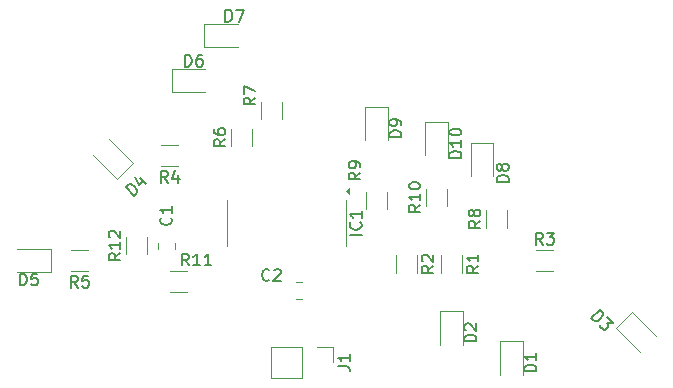
<source format=gbr>
%TF.GenerationSoftware,KiCad,Pcbnew,8.0.6+1*%
%TF.CreationDate,2024-12-11T00:22:32+00:00*%
%TF.ProjectId,Dino-Blinker,44696e6f-2d42-46c6-996e-6b65722e6b69,rev?*%
%TF.SameCoordinates,Original*%
%TF.FileFunction,Legend,Top*%
%TF.FilePolarity,Positive*%
%FSLAX46Y46*%
G04 Gerber Fmt 4.6, Leading zero omitted, Abs format (unit mm)*
G04 Created by KiCad (PCBNEW 8.0.6+1) date 2024-12-11 00:22:32*
%MOMM*%
%LPD*%
G01*
G04 APERTURE LIST*
%ADD10C,0.150000*%
%ADD11C,0.120000*%
G04 APERTURE END LIST*
D10*
X124364819Y-103512857D02*
X123888628Y-103846190D01*
X124364819Y-104084285D02*
X123364819Y-104084285D01*
X123364819Y-104084285D02*
X123364819Y-103703333D01*
X123364819Y-103703333D02*
X123412438Y-103608095D01*
X123412438Y-103608095D02*
X123460057Y-103560476D01*
X123460057Y-103560476D02*
X123555295Y-103512857D01*
X123555295Y-103512857D02*
X123698152Y-103512857D01*
X123698152Y-103512857D02*
X123793390Y-103560476D01*
X123793390Y-103560476D02*
X123841009Y-103608095D01*
X123841009Y-103608095D02*
X123888628Y-103703333D01*
X123888628Y-103703333D02*
X123888628Y-104084285D01*
X124364819Y-102560476D02*
X124364819Y-103131904D01*
X124364819Y-102846190D02*
X123364819Y-102846190D01*
X123364819Y-102846190D02*
X123507676Y-102941428D01*
X123507676Y-102941428D02*
X123602914Y-103036666D01*
X123602914Y-103036666D02*
X123650533Y-103131904D01*
X123460057Y-102179523D02*
X123412438Y-102131904D01*
X123412438Y-102131904D02*
X123364819Y-102036666D01*
X123364819Y-102036666D02*
X123364819Y-101798571D01*
X123364819Y-101798571D02*
X123412438Y-101703333D01*
X123412438Y-101703333D02*
X123460057Y-101655714D01*
X123460057Y-101655714D02*
X123555295Y-101608095D01*
X123555295Y-101608095D02*
X123650533Y-101608095D01*
X123650533Y-101608095D02*
X123793390Y-101655714D01*
X123793390Y-101655714D02*
X124364819Y-102227142D01*
X124364819Y-102227142D02*
X124364819Y-101608095D01*
X128383333Y-97524819D02*
X128050000Y-97048628D01*
X127811905Y-97524819D02*
X127811905Y-96524819D01*
X127811905Y-96524819D02*
X128192857Y-96524819D01*
X128192857Y-96524819D02*
X128288095Y-96572438D01*
X128288095Y-96572438D02*
X128335714Y-96620057D01*
X128335714Y-96620057D02*
X128383333Y-96715295D01*
X128383333Y-96715295D02*
X128383333Y-96858152D01*
X128383333Y-96858152D02*
X128335714Y-96953390D01*
X128335714Y-96953390D02*
X128288095Y-97001009D01*
X128288095Y-97001009D02*
X128192857Y-97048628D01*
X128192857Y-97048628D02*
X127811905Y-97048628D01*
X129240476Y-96858152D02*
X129240476Y-97524819D01*
X129002381Y-96477200D02*
X128764286Y-97191485D01*
X128764286Y-97191485D02*
X129383333Y-97191485D01*
X135794819Y-90336666D02*
X135318628Y-90669999D01*
X135794819Y-90908094D02*
X134794819Y-90908094D01*
X134794819Y-90908094D02*
X134794819Y-90527142D01*
X134794819Y-90527142D02*
X134842438Y-90431904D01*
X134842438Y-90431904D02*
X134890057Y-90384285D01*
X134890057Y-90384285D02*
X134985295Y-90336666D01*
X134985295Y-90336666D02*
X135128152Y-90336666D01*
X135128152Y-90336666D02*
X135223390Y-90384285D01*
X135223390Y-90384285D02*
X135271009Y-90431904D01*
X135271009Y-90431904D02*
X135318628Y-90527142D01*
X135318628Y-90527142D02*
X135318628Y-90908094D01*
X134794819Y-90003332D02*
X134794819Y-89336666D01*
X134794819Y-89336666D02*
X135794819Y-89765237D01*
X128629580Y-100496666D02*
X128677200Y-100544285D01*
X128677200Y-100544285D02*
X128724819Y-100687142D01*
X128724819Y-100687142D02*
X128724819Y-100782380D01*
X128724819Y-100782380D02*
X128677200Y-100925237D01*
X128677200Y-100925237D02*
X128581961Y-101020475D01*
X128581961Y-101020475D02*
X128486723Y-101068094D01*
X128486723Y-101068094D02*
X128296247Y-101115713D01*
X128296247Y-101115713D02*
X128153390Y-101115713D01*
X128153390Y-101115713D02*
X127962914Y-101068094D01*
X127962914Y-101068094D02*
X127867676Y-101020475D01*
X127867676Y-101020475D02*
X127772438Y-100925237D01*
X127772438Y-100925237D02*
X127724819Y-100782380D01*
X127724819Y-100782380D02*
X127724819Y-100687142D01*
X127724819Y-100687142D02*
X127772438Y-100544285D01*
X127772438Y-100544285D02*
X127820057Y-100496666D01*
X128724819Y-99544285D02*
X128724819Y-100115713D01*
X128724819Y-99829999D02*
X127724819Y-99829999D01*
X127724819Y-99829999D02*
X127867676Y-99925237D01*
X127867676Y-99925237D02*
X127962914Y-100020475D01*
X127962914Y-100020475D02*
X128010533Y-100115713D01*
X125529693Y-98633517D02*
X124822587Y-97926410D01*
X124822587Y-97926410D02*
X124990945Y-97758051D01*
X124990945Y-97758051D02*
X125125632Y-97690708D01*
X125125632Y-97690708D02*
X125260319Y-97690708D01*
X125260319Y-97690708D02*
X125361335Y-97724380D01*
X125361335Y-97724380D02*
X125529693Y-97825395D01*
X125529693Y-97825395D02*
X125630709Y-97926410D01*
X125630709Y-97926410D02*
X125731724Y-98094769D01*
X125731724Y-98094769D02*
X125765396Y-98195784D01*
X125765396Y-98195784D02*
X125765396Y-98330471D01*
X125765396Y-98330471D02*
X125698052Y-98465158D01*
X125698052Y-98465158D02*
X125529693Y-98633517D01*
X126068441Y-97151960D02*
X126539846Y-97623364D01*
X125630709Y-97050945D02*
X125967426Y-97724380D01*
X125967426Y-97724380D02*
X126405159Y-97286647D01*
X148154819Y-93693094D02*
X147154819Y-93693094D01*
X147154819Y-93693094D02*
X147154819Y-93454999D01*
X147154819Y-93454999D02*
X147202438Y-93312142D01*
X147202438Y-93312142D02*
X147297676Y-93216904D01*
X147297676Y-93216904D02*
X147392914Y-93169285D01*
X147392914Y-93169285D02*
X147583390Y-93121666D01*
X147583390Y-93121666D02*
X147726247Y-93121666D01*
X147726247Y-93121666D02*
X147916723Y-93169285D01*
X147916723Y-93169285D02*
X148011961Y-93216904D01*
X148011961Y-93216904D02*
X148107200Y-93312142D01*
X148107200Y-93312142D02*
X148154819Y-93454999D01*
X148154819Y-93454999D02*
X148154819Y-93693094D01*
X148154819Y-92645475D02*
X148154819Y-92454999D01*
X148154819Y-92454999D02*
X148107200Y-92359761D01*
X148107200Y-92359761D02*
X148059580Y-92312142D01*
X148059580Y-92312142D02*
X147916723Y-92216904D01*
X147916723Y-92216904D02*
X147726247Y-92169285D01*
X147726247Y-92169285D02*
X147345295Y-92169285D01*
X147345295Y-92169285D02*
X147250057Y-92216904D01*
X147250057Y-92216904D02*
X147202438Y-92264523D01*
X147202438Y-92264523D02*
X147154819Y-92359761D01*
X147154819Y-92359761D02*
X147154819Y-92550237D01*
X147154819Y-92550237D02*
X147202438Y-92645475D01*
X147202438Y-92645475D02*
X147250057Y-92693094D01*
X147250057Y-92693094D02*
X147345295Y-92740713D01*
X147345295Y-92740713D02*
X147583390Y-92740713D01*
X147583390Y-92740713D02*
X147678628Y-92693094D01*
X147678628Y-92693094D02*
X147726247Y-92645475D01*
X147726247Y-92645475D02*
X147773866Y-92550237D01*
X147773866Y-92550237D02*
X147773866Y-92359761D01*
X147773866Y-92359761D02*
X147726247Y-92264523D01*
X147726247Y-92264523D02*
X147678628Y-92216904D01*
X147678628Y-92216904D02*
X147583390Y-92169285D01*
X142784819Y-113083333D02*
X143499104Y-113083333D01*
X143499104Y-113083333D02*
X143641961Y-113130952D01*
X143641961Y-113130952D02*
X143737200Y-113226190D01*
X143737200Y-113226190D02*
X143784819Y-113369047D01*
X143784819Y-113369047D02*
X143784819Y-113464285D01*
X143784819Y-112083333D02*
X143784819Y-112654761D01*
X143784819Y-112369047D02*
X142784819Y-112369047D01*
X142784819Y-112369047D02*
X142927676Y-112464285D01*
X142927676Y-112464285D02*
X143022914Y-112559523D01*
X143022914Y-112559523D02*
X143070533Y-112654761D01*
X133261905Y-83894819D02*
X133261905Y-82894819D01*
X133261905Y-82894819D02*
X133500000Y-82894819D01*
X133500000Y-82894819D02*
X133642857Y-82942438D01*
X133642857Y-82942438D02*
X133738095Y-83037676D01*
X133738095Y-83037676D02*
X133785714Y-83132914D01*
X133785714Y-83132914D02*
X133833333Y-83323390D01*
X133833333Y-83323390D02*
X133833333Y-83466247D01*
X133833333Y-83466247D02*
X133785714Y-83656723D01*
X133785714Y-83656723D02*
X133738095Y-83751961D01*
X133738095Y-83751961D02*
X133642857Y-83847200D01*
X133642857Y-83847200D02*
X133500000Y-83894819D01*
X133500000Y-83894819D02*
X133261905Y-83894819D01*
X134166667Y-82894819D02*
X134833333Y-82894819D01*
X134833333Y-82894819D02*
X134404762Y-83894819D01*
X133254819Y-93866666D02*
X132778628Y-94199999D01*
X133254819Y-94438094D02*
X132254819Y-94438094D01*
X132254819Y-94438094D02*
X132254819Y-94057142D01*
X132254819Y-94057142D02*
X132302438Y-93961904D01*
X132302438Y-93961904D02*
X132350057Y-93914285D01*
X132350057Y-93914285D02*
X132445295Y-93866666D01*
X132445295Y-93866666D02*
X132588152Y-93866666D01*
X132588152Y-93866666D02*
X132683390Y-93914285D01*
X132683390Y-93914285D02*
X132731009Y-93961904D01*
X132731009Y-93961904D02*
X132778628Y-94057142D01*
X132778628Y-94057142D02*
X132778628Y-94438094D01*
X132254819Y-93009523D02*
X132254819Y-93199999D01*
X132254819Y-93199999D02*
X132302438Y-93295237D01*
X132302438Y-93295237D02*
X132350057Y-93342856D01*
X132350057Y-93342856D02*
X132492914Y-93438094D01*
X132492914Y-93438094D02*
X132683390Y-93485713D01*
X132683390Y-93485713D02*
X133064342Y-93485713D01*
X133064342Y-93485713D02*
X133159580Y-93438094D01*
X133159580Y-93438094D02*
X133207200Y-93390475D01*
X133207200Y-93390475D02*
X133254819Y-93295237D01*
X133254819Y-93295237D02*
X133254819Y-93104761D01*
X133254819Y-93104761D02*
X133207200Y-93009523D01*
X133207200Y-93009523D02*
X133159580Y-92961904D01*
X133159580Y-92961904D02*
X133064342Y-92914285D01*
X133064342Y-92914285D02*
X132826247Y-92914285D01*
X132826247Y-92914285D02*
X132731009Y-92961904D01*
X132731009Y-92961904D02*
X132683390Y-93009523D01*
X132683390Y-93009523D02*
X132635771Y-93104761D01*
X132635771Y-93104761D02*
X132635771Y-93295237D01*
X132635771Y-93295237D02*
X132683390Y-93390475D01*
X132683390Y-93390475D02*
X132731009Y-93438094D01*
X132731009Y-93438094D02*
X132826247Y-93485713D01*
X153234819Y-95439285D02*
X152234819Y-95439285D01*
X152234819Y-95439285D02*
X152234819Y-95201190D01*
X152234819Y-95201190D02*
X152282438Y-95058333D01*
X152282438Y-95058333D02*
X152377676Y-94963095D01*
X152377676Y-94963095D02*
X152472914Y-94915476D01*
X152472914Y-94915476D02*
X152663390Y-94867857D01*
X152663390Y-94867857D02*
X152806247Y-94867857D01*
X152806247Y-94867857D02*
X152996723Y-94915476D01*
X152996723Y-94915476D02*
X153091961Y-94963095D01*
X153091961Y-94963095D02*
X153187200Y-95058333D01*
X153187200Y-95058333D02*
X153234819Y-95201190D01*
X153234819Y-95201190D02*
X153234819Y-95439285D01*
X153234819Y-93915476D02*
X153234819Y-94486904D01*
X153234819Y-94201190D02*
X152234819Y-94201190D01*
X152234819Y-94201190D02*
X152377676Y-94296428D01*
X152377676Y-94296428D02*
X152472914Y-94391666D01*
X152472914Y-94391666D02*
X152520533Y-94486904D01*
X152234819Y-93296428D02*
X152234819Y-93201190D01*
X152234819Y-93201190D02*
X152282438Y-93105952D01*
X152282438Y-93105952D02*
X152330057Y-93058333D01*
X152330057Y-93058333D02*
X152425295Y-93010714D01*
X152425295Y-93010714D02*
X152615771Y-92963095D01*
X152615771Y-92963095D02*
X152853866Y-92963095D01*
X152853866Y-92963095D02*
X153044342Y-93010714D01*
X153044342Y-93010714D02*
X153139580Y-93058333D01*
X153139580Y-93058333D02*
X153187200Y-93105952D01*
X153187200Y-93105952D02*
X153234819Y-93201190D01*
X153234819Y-93201190D02*
X153234819Y-93296428D01*
X153234819Y-93296428D02*
X153187200Y-93391666D01*
X153187200Y-93391666D02*
X153139580Y-93439285D01*
X153139580Y-93439285D02*
X153044342Y-93486904D01*
X153044342Y-93486904D02*
X152853866Y-93534523D01*
X152853866Y-93534523D02*
X152615771Y-93534523D01*
X152615771Y-93534523D02*
X152425295Y-93486904D01*
X152425295Y-93486904D02*
X152330057Y-93439285D01*
X152330057Y-93439285D02*
X152282438Y-93391666D01*
X152282438Y-93391666D02*
X152234819Y-93296428D01*
X154674819Y-104586666D02*
X154198628Y-104919999D01*
X154674819Y-105158094D02*
X153674819Y-105158094D01*
X153674819Y-105158094D02*
X153674819Y-104777142D01*
X153674819Y-104777142D02*
X153722438Y-104681904D01*
X153722438Y-104681904D02*
X153770057Y-104634285D01*
X153770057Y-104634285D02*
X153865295Y-104586666D01*
X153865295Y-104586666D02*
X154008152Y-104586666D01*
X154008152Y-104586666D02*
X154103390Y-104634285D01*
X154103390Y-104634285D02*
X154151009Y-104681904D01*
X154151009Y-104681904D02*
X154198628Y-104777142D01*
X154198628Y-104777142D02*
X154198628Y-105158094D01*
X154674819Y-103634285D02*
X154674819Y-104205713D01*
X154674819Y-103919999D02*
X153674819Y-103919999D01*
X153674819Y-103919999D02*
X153817676Y-104015237D01*
X153817676Y-104015237D02*
X153912914Y-104110475D01*
X153912914Y-104110475D02*
X153960533Y-104205713D01*
X144684819Y-96686666D02*
X144208628Y-97019999D01*
X144684819Y-97258094D02*
X143684819Y-97258094D01*
X143684819Y-97258094D02*
X143684819Y-96877142D01*
X143684819Y-96877142D02*
X143732438Y-96781904D01*
X143732438Y-96781904D02*
X143780057Y-96734285D01*
X143780057Y-96734285D02*
X143875295Y-96686666D01*
X143875295Y-96686666D02*
X144018152Y-96686666D01*
X144018152Y-96686666D02*
X144113390Y-96734285D01*
X144113390Y-96734285D02*
X144161009Y-96781904D01*
X144161009Y-96781904D02*
X144208628Y-96877142D01*
X144208628Y-96877142D02*
X144208628Y-97258094D01*
X144684819Y-96210475D02*
X144684819Y-96019999D01*
X144684819Y-96019999D02*
X144637200Y-95924761D01*
X144637200Y-95924761D02*
X144589580Y-95877142D01*
X144589580Y-95877142D02*
X144446723Y-95781904D01*
X144446723Y-95781904D02*
X144256247Y-95734285D01*
X144256247Y-95734285D02*
X143875295Y-95734285D01*
X143875295Y-95734285D02*
X143780057Y-95781904D01*
X143780057Y-95781904D02*
X143732438Y-95829523D01*
X143732438Y-95829523D02*
X143684819Y-95924761D01*
X143684819Y-95924761D02*
X143684819Y-96115237D01*
X143684819Y-96115237D02*
X143732438Y-96210475D01*
X143732438Y-96210475D02*
X143780057Y-96258094D01*
X143780057Y-96258094D02*
X143875295Y-96305713D01*
X143875295Y-96305713D02*
X144113390Y-96305713D01*
X144113390Y-96305713D02*
X144208628Y-96258094D01*
X144208628Y-96258094D02*
X144256247Y-96210475D01*
X144256247Y-96210475D02*
X144303866Y-96115237D01*
X144303866Y-96115237D02*
X144303866Y-95924761D01*
X144303866Y-95924761D02*
X144256247Y-95829523D01*
X144256247Y-95829523D02*
X144208628Y-95781904D01*
X144208628Y-95781904D02*
X144113390Y-95734285D01*
X159584819Y-113523094D02*
X158584819Y-113523094D01*
X158584819Y-113523094D02*
X158584819Y-113284999D01*
X158584819Y-113284999D02*
X158632438Y-113142142D01*
X158632438Y-113142142D02*
X158727676Y-113046904D01*
X158727676Y-113046904D02*
X158822914Y-112999285D01*
X158822914Y-112999285D02*
X159013390Y-112951666D01*
X159013390Y-112951666D02*
X159156247Y-112951666D01*
X159156247Y-112951666D02*
X159346723Y-112999285D01*
X159346723Y-112999285D02*
X159441961Y-113046904D01*
X159441961Y-113046904D02*
X159537200Y-113142142D01*
X159537200Y-113142142D02*
X159584819Y-113284999D01*
X159584819Y-113284999D02*
X159584819Y-113523094D01*
X159584819Y-111999285D02*
X159584819Y-112570713D01*
X159584819Y-112284999D02*
X158584819Y-112284999D01*
X158584819Y-112284999D02*
X158727676Y-112380237D01*
X158727676Y-112380237D02*
X158822914Y-112475475D01*
X158822914Y-112475475D02*
X158870533Y-112570713D01*
X130167142Y-104547682D02*
X129833809Y-104071491D01*
X129595714Y-104547682D02*
X129595714Y-103547682D01*
X129595714Y-103547682D02*
X129976666Y-103547682D01*
X129976666Y-103547682D02*
X130071904Y-103595301D01*
X130071904Y-103595301D02*
X130119523Y-103642920D01*
X130119523Y-103642920D02*
X130167142Y-103738158D01*
X130167142Y-103738158D02*
X130167142Y-103881015D01*
X130167142Y-103881015D02*
X130119523Y-103976253D01*
X130119523Y-103976253D02*
X130071904Y-104023872D01*
X130071904Y-104023872D02*
X129976666Y-104071491D01*
X129976666Y-104071491D02*
X129595714Y-104071491D01*
X131119523Y-104547682D02*
X130548095Y-104547682D01*
X130833809Y-104547682D02*
X130833809Y-103547682D01*
X130833809Y-103547682D02*
X130738571Y-103690539D01*
X130738571Y-103690539D02*
X130643333Y-103785777D01*
X130643333Y-103785777D02*
X130548095Y-103833396D01*
X132071904Y-104547682D02*
X131500476Y-104547682D01*
X131786190Y-104547682D02*
X131786190Y-103547682D01*
X131786190Y-103547682D02*
X131690952Y-103690539D01*
X131690952Y-103690539D02*
X131595714Y-103785777D01*
X131595714Y-103785777D02*
X131500476Y-103833396D01*
X157244819Y-97463094D02*
X156244819Y-97463094D01*
X156244819Y-97463094D02*
X156244819Y-97224999D01*
X156244819Y-97224999D02*
X156292438Y-97082142D01*
X156292438Y-97082142D02*
X156387676Y-96986904D01*
X156387676Y-96986904D02*
X156482914Y-96939285D01*
X156482914Y-96939285D02*
X156673390Y-96891666D01*
X156673390Y-96891666D02*
X156816247Y-96891666D01*
X156816247Y-96891666D02*
X157006723Y-96939285D01*
X157006723Y-96939285D02*
X157101961Y-96986904D01*
X157101961Y-96986904D02*
X157197200Y-97082142D01*
X157197200Y-97082142D02*
X157244819Y-97224999D01*
X157244819Y-97224999D02*
X157244819Y-97463094D01*
X156673390Y-96320237D02*
X156625771Y-96415475D01*
X156625771Y-96415475D02*
X156578152Y-96463094D01*
X156578152Y-96463094D02*
X156482914Y-96510713D01*
X156482914Y-96510713D02*
X156435295Y-96510713D01*
X156435295Y-96510713D02*
X156340057Y-96463094D01*
X156340057Y-96463094D02*
X156292438Y-96415475D01*
X156292438Y-96415475D02*
X156244819Y-96320237D01*
X156244819Y-96320237D02*
X156244819Y-96129761D01*
X156244819Y-96129761D02*
X156292438Y-96034523D01*
X156292438Y-96034523D02*
X156340057Y-95986904D01*
X156340057Y-95986904D02*
X156435295Y-95939285D01*
X156435295Y-95939285D02*
X156482914Y-95939285D01*
X156482914Y-95939285D02*
X156578152Y-95986904D01*
X156578152Y-95986904D02*
X156625771Y-96034523D01*
X156625771Y-96034523D02*
X156673390Y-96129761D01*
X156673390Y-96129761D02*
X156673390Y-96320237D01*
X156673390Y-96320237D02*
X156721009Y-96415475D01*
X156721009Y-96415475D02*
X156768628Y-96463094D01*
X156768628Y-96463094D02*
X156863866Y-96510713D01*
X156863866Y-96510713D02*
X157054342Y-96510713D01*
X157054342Y-96510713D02*
X157149580Y-96463094D01*
X157149580Y-96463094D02*
X157197200Y-96415475D01*
X157197200Y-96415475D02*
X157244819Y-96320237D01*
X157244819Y-96320237D02*
X157244819Y-96129761D01*
X157244819Y-96129761D02*
X157197200Y-96034523D01*
X157197200Y-96034523D02*
X157149580Y-95986904D01*
X157149580Y-95986904D02*
X157054342Y-95939285D01*
X157054342Y-95939285D02*
X156863866Y-95939285D01*
X156863866Y-95939285D02*
X156768628Y-95986904D01*
X156768628Y-95986904D02*
X156721009Y-96034523D01*
X156721009Y-96034523D02*
X156673390Y-96129761D01*
X150864819Y-104586666D02*
X150388628Y-104919999D01*
X150864819Y-105158094D02*
X149864819Y-105158094D01*
X149864819Y-105158094D02*
X149864819Y-104777142D01*
X149864819Y-104777142D02*
X149912438Y-104681904D01*
X149912438Y-104681904D02*
X149960057Y-104634285D01*
X149960057Y-104634285D02*
X150055295Y-104586666D01*
X150055295Y-104586666D02*
X150198152Y-104586666D01*
X150198152Y-104586666D02*
X150293390Y-104634285D01*
X150293390Y-104634285D02*
X150341009Y-104681904D01*
X150341009Y-104681904D02*
X150388628Y-104777142D01*
X150388628Y-104777142D02*
X150388628Y-105158094D01*
X149960057Y-104205713D02*
X149912438Y-104158094D01*
X149912438Y-104158094D02*
X149864819Y-104062856D01*
X149864819Y-104062856D02*
X149864819Y-103824761D01*
X149864819Y-103824761D02*
X149912438Y-103729523D01*
X149912438Y-103729523D02*
X149960057Y-103681904D01*
X149960057Y-103681904D02*
X150055295Y-103634285D01*
X150055295Y-103634285D02*
X150150533Y-103634285D01*
X150150533Y-103634285D02*
X150293390Y-103681904D01*
X150293390Y-103681904D02*
X150864819Y-104253332D01*
X150864819Y-104253332D02*
X150864819Y-103634285D01*
X154504819Y-110983094D02*
X153504819Y-110983094D01*
X153504819Y-110983094D02*
X153504819Y-110744999D01*
X153504819Y-110744999D02*
X153552438Y-110602142D01*
X153552438Y-110602142D02*
X153647676Y-110506904D01*
X153647676Y-110506904D02*
X153742914Y-110459285D01*
X153742914Y-110459285D02*
X153933390Y-110411666D01*
X153933390Y-110411666D02*
X154076247Y-110411666D01*
X154076247Y-110411666D02*
X154266723Y-110459285D01*
X154266723Y-110459285D02*
X154361961Y-110506904D01*
X154361961Y-110506904D02*
X154457200Y-110602142D01*
X154457200Y-110602142D02*
X154504819Y-110744999D01*
X154504819Y-110744999D02*
X154504819Y-110983094D01*
X153600057Y-110030713D02*
X153552438Y-109983094D01*
X153552438Y-109983094D02*
X153504819Y-109887856D01*
X153504819Y-109887856D02*
X153504819Y-109649761D01*
X153504819Y-109649761D02*
X153552438Y-109554523D01*
X153552438Y-109554523D02*
X153600057Y-109506904D01*
X153600057Y-109506904D02*
X153695295Y-109459285D01*
X153695295Y-109459285D02*
X153790533Y-109459285D01*
X153790533Y-109459285D02*
X153933390Y-109506904D01*
X153933390Y-109506904D02*
X154504819Y-110078332D01*
X154504819Y-110078332D02*
X154504819Y-109459285D01*
X136993333Y-105769580D02*
X136945714Y-105817200D01*
X136945714Y-105817200D02*
X136802857Y-105864819D01*
X136802857Y-105864819D02*
X136707619Y-105864819D01*
X136707619Y-105864819D02*
X136564762Y-105817200D01*
X136564762Y-105817200D02*
X136469524Y-105721961D01*
X136469524Y-105721961D02*
X136421905Y-105626723D01*
X136421905Y-105626723D02*
X136374286Y-105436247D01*
X136374286Y-105436247D02*
X136374286Y-105293390D01*
X136374286Y-105293390D02*
X136421905Y-105102914D01*
X136421905Y-105102914D02*
X136469524Y-105007676D01*
X136469524Y-105007676D02*
X136564762Y-104912438D01*
X136564762Y-104912438D02*
X136707619Y-104864819D01*
X136707619Y-104864819D02*
X136802857Y-104864819D01*
X136802857Y-104864819D02*
X136945714Y-104912438D01*
X136945714Y-104912438D02*
X136993333Y-104960057D01*
X137374286Y-104960057D02*
X137421905Y-104912438D01*
X137421905Y-104912438D02*
X137517143Y-104864819D01*
X137517143Y-104864819D02*
X137755238Y-104864819D01*
X137755238Y-104864819D02*
X137850476Y-104912438D01*
X137850476Y-104912438D02*
X137898095Y-104960057D01*
X137898095Y-104960057D02*
X137945714Y-105055295D01*
X137945714Y-105055295D02*
X137945714Y-105150533D01*
X137945714Y-105150533D02*
X137898095Y-105293390D01*
X137898095Y-105293390D02*
X137326667Y-105864819D01*
X137326667Y-105864819D02*
X137945714Y-105864819D01*
X160133333Y-102774819D02*
X159800000Y-102298628D01*
X159561905Y-102774819D02*
X159561905Y-101774819D01*
X159561905Y-101774819D02*
X159942857Y-101774819D01*
X159942857Y-101774819D02*
X160038095Y-101822438D01*
X160038095Y-101822438D02*
X160085714Y-101870057D01*
X160085714Y-101870057D02*
X160133333Y-101965295D01*
X160133333Y-101965295D02*
X160133333Y-102108152D01*
X160133333Y-102108152D02*
X160085714Y-102203390D01*
X160085714Y-102203390D02*
X160038095Y-102251009D01*
X160038095Y-102251009D02*
X159942857Y-102298628D01*
X159942857Y-102298628D02*
X159561905Y-102298628D01*
X160466667Y-101774819D02*
X161085714Y-101774819D01*
X161085714Y-101774819D02*
X160752381Y-102155771D01*
X160752381Y-102155771D02*
X160895238Y-102155771D01*
X160895238Y-102155771D02*
X160990476Y-102203390D01*
X160990476Y-102203390D02*
X161038095Y-102251009D01*
X161038095Y-102251009D02*
X161085714Y-102346247D01*
X161085714Y-102346247D02*
X161085714Y-102584342D01*
X161085714Y-102584342D02*
X161038095Y-102679580D01*
X161038095Y-102679580D02*
X160990476Y-102727200D01*
X160990476Y-102727200D02*
X160895238Y-102774819D01*
X160895238Y-102774819D02*
X160609524Y-102774819D01*
X160609524Y-102774819D02*
X160514286Y-102727200D01*
X160514286Y-102727200D02*
X160466667Y-102679580D01*
X149764819Y-99422857D02*
X149288628Y-99756190D01*
X149764819Y-99994285D02*
X148764819Y-99994285D01*
X148764819Y-99994285D02*
X148764819Y-99613333D01*
X148764819Y-99613333D02*
X148812438Y-99518095D01*
X148812438Y-99518095D02*
X148860057Y-99470476D01*
X148860057Y-99470476D02*
X148955295Y-99422857D01*
X148955295Y-99422857D02*
X149098152Y-99422857D01*
X149098152Y-99422857D02*
X149193390Y-99470476D01*
X149193390Y-99470476D02*
X149241009Y-99518095D01*
X149241009Y-99518095D02*
X149288628Y-99613333D01*
X149288628Y-99613333D02*
X149288628Y-99994285D01*
X149764819Y-98470476D02*
X149764819Y-99041904D01*
X149764819Y-98756190D02*
X148764819Y-98756190D01*
X148764819Y-98756190D02*
X148907676Y-98851428D01*
X148907676Y-98851428D02*
X149002914Y-98946666D01*
X149002914Y-98946666D02*
X149050533Y-99041904D01*
X148764819Y-97851428D02*
X148764819Y-97756190D01*
X148764819Y-97756190D02*
X148812438Y-97660952D01*
X148812438Y-97660952D02*
X148860057Y-97613333D01*
X148860057Y-97613333D02*
X148955295Y-97565714D01*
X148955295Y-97565714D02*
X149145771Y-97518095D01*
X149145771Y-97518095D02*
X149383866Y-97518095D01*
X149383866Y-97518095D02*
X149574342Y-97565714D01*
X149574342Y-97565714D02*
X149669580Y-97613333D01*
X149669580Y-97613333D02*
X149717200Y-97660952D01*
X149717200Y-97660952D02*
X149764819Y-97756190D01*
X149764819Y-97756190D02*
X149764819Y-97851428D01*
X149764819Y-97851428D02*
X149717200Y-97946666D01*
X149717200Y-97946666D02*
X149669580Y-97994285D01*
X149669580Y-97994285D02*
X149574342Y-98041904D01*
X149574342Y-98041904D02*
X149383866Y-98089523D01*
X149383866Y-98089523D02*
X149145771Y-98089523D01*
X149145771Y-98089523D02*
X148955295Y-98041904D01*
X148955295Y-98041904D02*
X148860057Y-97994285D01*
X148860057Y-97994285D02*
X148812438Y-97946666D01*
X148812438Y-97946666D02*
X148764819Y-97851428D01*
X129826905Y-87704819D02*
X129826905Y-86704819D01*
X129826905Y-86704819D02*
X130065000Y-86704819D01*
X130065000Y-86704819D02*
X130207857Y-86752438D01*
X130207857Y-86752438D02*
X130303095Y-86847676D01*
X130303095Y-86847676D02*
X130350714Y-86942914D01*
X130350714Y-86942914D02*
X130398333Y-87133390D01*
X130398333Y-87133390D02*
X130398333Y-87276247D01*
X130398333Y-87276247D02*
X130350714Y-87466723D01*
X130350714Y-87466723D02*
X130303095Y-87561961D01*
X130303095Y-87561961D02*
X130207857Y-87657200D01*
X130207857Y-87657200D02*
X130065000Y-87704819D01*
X130065000Y-87704819D02*
X129826905Y-87704819D01*
X131255476Y-86704819D02*
X131065000Y-86704819D01*
X131065000Y-86704819D02*
X130969762Y-86752438D01*
X130969762Y-86752438D02*
X130922143Y-86800057D01*
X130922143Y-86800057D02*
X130826905Y-86942914D01*
X130826905Y-86942914D02*
X130779286Y-87133390D01*
X130779286Y-87133390D02*
X130779286Y-87514342D01*
X130779286Y-87514342D02*
X130826905Y-87609580D01*
X130826905Y-87609580D02*
X130874524Y-87657200D01*
X130874524Y-87657200D02*
X130969762Y-87704819D01*
X130969762Y-87704819D02*
X131160238Y-87704819D01*
X131160238Y-87704819D02*
X131255476Y-87657200D01*
X131255476Y-87657200D02*
X131303095Y-87609580D01*
X131303095Y-87609580D02*
X131350714Y-87514342D01*
X131350714Y-87514342D02*
X131350714Y-87276247D01*
X131350714Y-87276247D02*
X131303095Y-87181009D01*
X131303095Y-87181009D02*
X131255476Y-87133390D01*
X131255476Y-87133390D02*
X131160238Y-87085771D01*
X131160238Y-87085771D02*
X130969762Y-87085771D01*
X130969762Y-87085771D02*
X130874524Y-87133390D01*
X130874524Y-87133390D02*
X130826905Y-87181009D01*
X130826905Y-87181009D02*
X130779286Y-87276247D01*
X144784819Y-101941189D02*
X143784819Y-101941189D01*
X144689580Y-100893571D02*
X144737200Y-100941190D01*
X144737200Y-100941190D02*
X144784819Y-101084047D01*
X144784819Y-101084047D02*
X144784819Y-101179285D01*
X144784819Y-101179285D02*
X144737200Y-101322142D01*
X144737200Y-101322142D02*
X144641961Y-101417380D01*
X144641961Y-101417380D02*
X144546723Y-101464999D01*
X144546723Y-101464999D02*
X144356247Y-101512618D01*
X144356247Y-101512618D02*
X144213390Y-101512618D01*
X144213390Y-101512618D02*
X144022914Y-101464999D01*
X144022914Y-101464999D02*
X143927676Y-101417380D01*
X143927676Y-101417380D02*
X143832438Y-101322142D01*
X143832438Y-101322142D02*
X143784819Y-101179285D01*
X143784819Y-101179285D02*
X143784819Y-101084047D01*
X143784819Y-101084047D02*
X143832438Y-100941190D01*
X143832438Y-100941190D02*
X143880057Y-100893571D01*
X144784819Y-99941190D02*
X144784819Y-100512618D01*
X144784819Y-100226904D02*
X143784819Y-100226904D01*
X143784819Y-100226904D02*
X143927676Y-100322142D01*
X143927676Y-100322142D02*
X144022914Y-100417380D01*
X144022914Y-100417380D02*
X144070533Y-100512618D01*
X120763333Y-106414819D02*
X120430000Y-105938628D01*
X120191905Y-106414819D02*
X120191905Y-105414819D01*
X120191905Y-105414819D02*
X120572857Y-105414819D01*
X120572857Y-105414819D02*
X120668095Y-105462438D01*
X120668095Y-105462438D02*
X120715714Y-105510057D01*
X120715714Y-105510057D02*
X120763333Y-105605295D01*
X120763333Y-105605295D02*
X120763333Y-105748152D01*
X120763333Y-105748152D02*
X120715714Y-105843390D01*
X120715714Y-105843390D02*
X120668095Y-105891009D01*
X120668095Y-105891009D02*
X120572857Y-105938628D01*
X120572857Y-105938628D02*
X120191905Y-105938628D01*
X121668095Y-105414819D02*
X121191905Y-105414819D01*
X121191905Y-105414819D02*
X121144286Y-105891009D01*
X121144286Y-105891009D02*
X121191905Y-105843390D01*
X121191905Y-105843390D02*
X121287143Y-105795771D01*
X121287143Y-105795771D02*
X121525238Y-105795771D01*
X121525238Y-105795771D02*
X121620476Y-105843390D01*
X121620476Y-105843390D02*
X121668095Y-105891009D01*
X121668095Y-105891009D02*
X121715714Y-105986247D01*
X121715714Y-105986247D02*
X121715714Y-106224342D01*
X121715714Y-106224342D02*
X121668095Y-106319580D01*
X121668095Y-106319580D02*
X121620476Y-106367200D01*
X121620476Y-106367200D02*
X121525238Y-106414819D01*
X121525238Y-106414819D02*
X121287143Y-106414819D01*
X121287143Y-106414819D02*
X121191905Y-106367200D01*
X121191905Y-106367200D02*
X121144286Y-106319580D01*
X154844819Y-100776666D02*
X154368628Y-101109999D01*
X154844819Y-101348094D02*
X153844819Y-101348094D01*
X153844819Y-101348094D02*
X153844819Y-100967142D01*
X153844819Y-100967142D02*
X153892438Y-100871904D01*
X153892438Y-100871904D02*
X153940057Y-100824285D01*
X153940057Y-100824285D02*
X154035295Y-100776666D01*
X154035295Y-100776666D02*
X154178152Y-100776666D01*
X154178152Y-100776666D02*
X154273390Y-100824285D01*
X154273390Y-100824285D02*
X154321009Y-100871904D01*
X154321009Y-100871904D02*
X154368628Y-100967142D01*
X154368628Y-100967142D02*
X154368628Y-101348094D01*
X154273390Y-100205237D02*
X154225771Y-100300475D01*
X154225771Y-100300475D02*
X154178152Y-100348094D01*
X154178152Y-100348094D02*
X154082914Y-100395713D01*
X154082914Y-100395713D02*
X154035295Y-100395713D01*
X154035295Y-100395713D02*
X153940057Y-100348094D01*
X153940057Y-100348094D02*
X153892438Y-100300475D01*
X153892438Y-100300475D02*
X153844819Y-100205237D01*
X153844819Y-100205237D02*
X153844819Y-100014761D01*
X153844819Y-100014761D02*
X153892438Y-99919523D01*
X153892438Y-99919523D02*
X153940057Y-99871904D01*
X153940057Y-99871904D02*
X154035295Y-99824285D01*
X154035295Y-99824285D02*
X154082914Y-99824285D01*
X154082914Y-99824285D02*
X154178152Y-99871904D01*
X154178152Y-99871904D02*
X154225771Y-99919523D01*
X154225771Y-99919523D02*
X154273390Y-100014761D01*
X154273390Y-100014761D02*
X154273390Y-100205237D01*
X154273390Y-100205237D02*
X154321009Y-100300475D01*
X154321009Y-100300475D02*
X154368628Y-100348094D01*
X154368628Y-100348094D02*
X154463866Y-100395713D01*
X154463866Y-100395713D02*
X154654342Y-100395713D01*
X154654342Y-100395713D02*
X154749580Y-100348094D01*
X154749580Y-100348094D02*
X154797200Y-100300475D01*
X154797200Y-100300475D02*
X154844819Y-100205237D01*
X154844819Y-100205237D02*
X154844819Y-100014761D01*
X154844819Y-100014761D02*
X154797200Y-99919523D01*
X154797200Y-99919523D02*
X154749580Y-99871904D01*
X154749580Y-99871904D02*
X154654342Y-99824285D01*
X154654342Y-99824285D02*
X154463866Y-99824285D01*
X154463866Y-99824285D02*
X154368628Y-99871904D01*
X154368628Y-99871904D02*
X154321009Y-99919523D01*
X154321009Y-99919523D02*
X154273390Y-100014761D01*
X164256482Y-109019692D02*
X164963589Y-108312586D01*
X164963589Y-108312586D02*
X165131948Y-108480944D01*
X165131948Y-108480944D02*
X165199291Y-108615631D01*
X165199291Y-108615631D02*
X165199291Y-108750318D01*
X165199291Y-108750318D02*
X165165619Y-108851334D01*
X165165619Y-108851334D02*
X165064604Y-109019692D01*
X165064604Y-109019692D02*
X164963589Y-109120708D01*
X164963589Y-109120708D02*
X164795230Y-109221723D01*
X164795230Y-109221723D02*
X164694215Y-109255395D01*
X164694215Y-109255395D02*
X164559528Y-109255395D01*
X164559528Y-109255395D02*
X164424841Y-109188051D01*
X164424841Y-109188051D02*
X164256482Y-109019692D01*
X165603352Y-108952349D02*
X166041085Y-109390082D01*
X166041085Y-109390082D02*
X165536009Y-109423753D01*
X165536009Y-109423753D02*
X165637024Y-109524769D01*
X165637024Y-109524769D02*
X165670696Y-109625784D01*
X165670696Y-109625784D02*
X165670696Y-109693127D01*
X165670696Y-109693127D02*
X165637024Y-109794143D01*
X165637024Y-109794143D02*
X165468665Y-109962501D01*
X165468665Y-109962501D02*
X165367650Y-109996173D01*
X165367650Y-109996173D02*
X165300306Y-109996173D01*
X165300306Y-109996173D02*
X165199291Y-109962501D01*
X165199291Y-109962501D02*
X164997261Y-109760471D01*
X164997261Y-109760471D02*
X164963589Y-109659456D01*
X164963589Y-109659456D02*
X164963589Y-109592112D01*
X115856905Y-106244819D02*
X115856905Y-105244819D01*
X115856905Y-105244819D02*
X116095000Y-105244819D01*
X116095000Y-105244819D02*
X116237857Y-105292438D01*
X116237857Y-105292438D02*
X116333095Y-105387676D01*
X116333095Y-105387676D02*
X116380714Y-105482914D01*
X116380714Y-105482914D02*
X116428333Y-105673390D01*
X116428333Y-105673390D02*
X116428333Y-105816247D01*
X116428333Y-105816247D02*
X116380714Y-106006723D01*
X116380714Y-106006723D02*
X116333095Y-106101961D01*
X116333095Y-106101961D02*
X116237857Y-106197200D01*
X116237857Y-106197200D02*
X116095000Y-106244819D01*
X116095000Y-106244819D02*
X115856905Y-106244819D01*
X117333095Y-105244819D02*
X116856905Y-105244819D01*
X116856905Y-105244819D02*
X116809286Y-105721009D01*
X116809286Y-105721009D02*
X116856905Y-105673390D01*
X116856905Y-105673390D02*
X116952143Y-105625771D01*
X116952143Y-105625771D02*
X117190238Y-105625771D01*
X117190238Y-105625771D02*
X117285476Y-105673390D01*
X117285476Y-105673390D02*
X117333095Y-105721009D01*
X117333095Y-105721009D02*
X117380714Y-105816247D01*
X117380714Y-105816247D02*
X117380714Y-106054342D01*
X117380714Y-106054342D02*
X117333095Y-106149580D01*
X117333095Y-106149580D02*
X117285476Y-106197200D01*
X117285476Y-106197200D02*
X117190238Y-106244819D01*
X117190238Y-106244819D02*
X116952143Y-106244819D01*
X116952143Y-106244819D02*
X116856905Y-106197200D01*
X116856905Y-106197200D02*
X116809286Y-106149580D01*
D11*
%TO.C,R12*%
X124820000Y-103597064D02*
X124820000Y-102142936D01*
X126640000Y-103597064D02*
X126640000Y-102142936D01*
%TO.C,R4*%
X129277064Y-94340000D02*
X127822936Y-94340000D01*
X129277064Y-96160000D02*
X127822936Y-96160000D01*
%TO.C,R7*%
X136250000Y-92167064D02*
X136250000Y-90712936D01*
X138070000Y-92167064D02*
X138070000Y-90712936D01*
%TO.C,C1*%
X127535000Y-103131252D02*
X127535000Y-102608748D01*
X129005000Y-103131252D02*
X129005000Y-102608748D01*
%TO.C,D4*%
X122084071Y-95221716D02*
X124106396Y-97244041D01*
X124106396Y-97244041D02*
X125464041Y-95886396D01*
X125464041Y-95886396D02*
X123441716Y-93864071D01*
%TO.C,D9*%
X145090000Y-91095000D02*
X145090000Y-93955000D01*
X147010000Y-91095000D02*
X145090000Y-91095000D01*
X147010000Y-93955000D02*
X147010000Y-91095000D01*
%TO.C,J1*%
X137130000Y-111420000D02*
X137130000Y-114080000D01*
X139730000Y-111420000D02*
X137130000Y-111420000D01*
X139730000Y-111420000D02*
X139730000Y-114080000D01*
X139730000Y-114080000D02*
X137130000Y-114080000D01*
X141000000Y-111420000D02*
X142330000Y-111420000D01*
X142330000Y-111420000D02*
X142330000Y-112750000D01*
%TO.C,D7*%
X131490000Y-84130000D02*
X131490000Y-86050000D01*
X131490000Y-86050000D02*
X134350000Y-86050000D01*
X134350000Y-84130000D02*
X131490000Y-84130000D01*
%TO.C,R6*%
X133710000Y-94427064D02*
X133710000Y-92972936D01*
X135530000Y-94427064D02*
X135530000Y-92972936D01*
%TO.C,D10*%
X150170000Y-92365000D02*
X150170000Y-95225000D01*
X152090000Y-92365000D02*
X150170000Y-92365000D01*
X152090000Y-95225000D02*
X152090000Y-92365000D01*
%TO.C,R1*%
X151490000Y-103692936D02*
X151490000Y-105147064D01*
X153310000Y-103692936D02*
X153310000Y-105147064D01*
%TO.C,R9*%
X145140000Y-99787064D02*
X145140000Y-98332936D01*
X146960000Y-99787064D02*
X146960000Y-98332936D01*
%TO.C,D1*%
X156520000Y-110925000D02*
X156520000Y-113785000D01*
X158440000Y-110925000D02*
X156520000Y-110925000D01*
X158440000Y-113785000D02*
X158440000Y-110925000D01*
%TO.C,R11*%
X128580777Y-105002863D02*
X130034905Y-105002863D01*
X128580777Y-106822863D02*
X130034905Y-106822863D01*
%TO.C,D8*%
X154040000Y-94140000D02*
X154040000Y-97000000D01*
X155960000Y-94140000D02*
X154040000Y-94140000D01*
X155960000Y-97000000D02*
X155960000Y-94140000D01*
%TO.C,R2*%
X147680000Y-103692936D02*
X147680000Y-105147064D01*
X149500000Y-103692936D02*
X149500000Y-105147064D01*
%TO.C,D2*%
X151440000Y-108385000D02*
X151440000Y-111245000D01*
X153360000Y-108385000D02*
X151440000Y-108385000D01*
X153360000Y-111245000D02*
X153360000Y-108385000D01*
%TO.C,C2*%
X139728752Y-105945000D02*
X139206248Y-105945000D01*
X139728752Y-107415000D02*
X139206248Y-107415000D01*
%TO.C,R3*%
X159572936Y-103230000D02*
X161027064Y-103230000D01*
X159572936Y-105050000D02*
X161027064Y-105050000D01*
%TO.C,R10*%
X150220000Y-99507064D02*
X150220000Y-98052936D01*
X152040000Y-99507064D02*
X152040000Y-98052936D01*
%TO.C,D6*%
X128705000Y-87940000D02*
X128705000Y-89860000D01*
X128705000Y-89860000D02*
X131565000Y-89860000D01*
X131565000Y-87940000D02*
X128705000Y-87940000D01*
%TO.C,IC1*%
X133370000Y-100965000D02*
X133370000Y-99015000D01*
X133370000Y-100965000D02*
X133370000Y-102915000D01*
X143490000Y-100965000D02*
X143490000Y-99015000D01*
X143490000Y-100965000D02*
X143490000Y-102915000D01*
X143765000Y-98505000D02*
X143435000Y-98265000D01*
X143765000Y-98025000D01*
X143765000Y-98505000D01*
G36*
X143765000Y-98505000D02*
G01*
X143435000Y-98265000D01*
X143765000Y-98025000D01*
X143765000Y-98505000D01*
G37*
%TO.C,R5*%
X121657064Y-103230000D02*
X120202936Y-103230000D01*
X121657064Y-105050000D02*
X120202936Y-105050000D01*
%TO.C,R8*%
X155300000Y-101337064D02*
X155300000Y-99882936D01*
X157120000Y-101337064D02*
X157120000Y-99882936D01*
%TO.C,D3*%
X166370743Y-109853604D02*
X168393068Y-111875929D01*
X167728388Y-108495959D02*
X166370743Y-109853604D01*
X169750713Y-110518284D02*
X167728388Y-108495959D01*
%TO.C,D5*%
X115595000Y-105100000D02*
X118455000Y-105100000D01*
X118455000Y-103180000D02*
X115595000Y-103180000D01*
X118455000Y-105100000D02*
X118455000Y-103180000D01*
%TD*%
M02*

</source>
